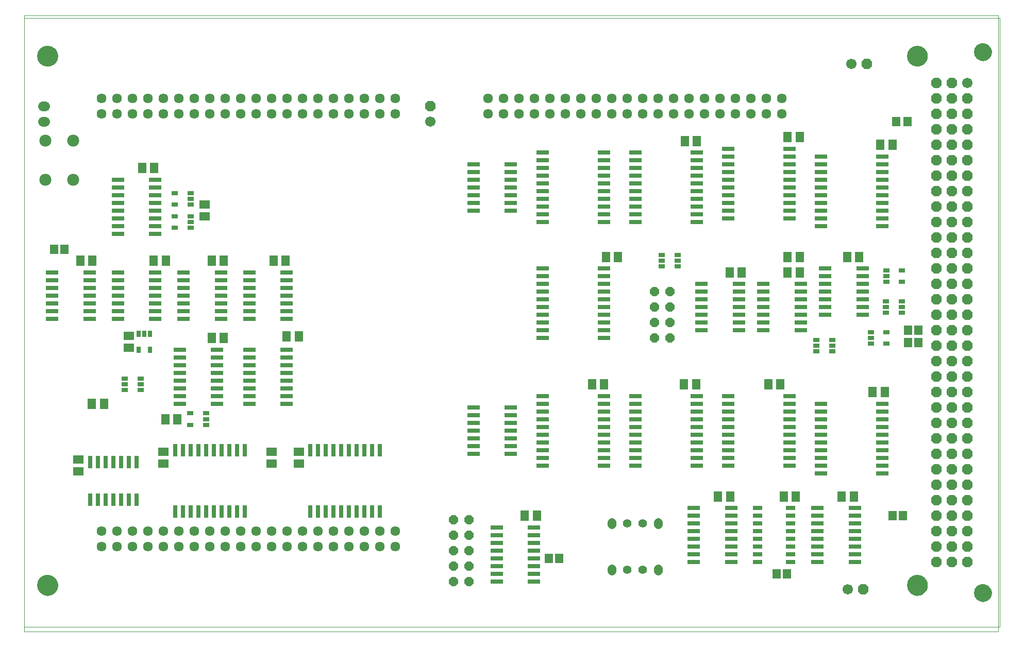
<source format=gts>
G75*
G70*
%OFA0B0*%
%FSLAX24Y24*%
%IPPOS*%
%LPD*%
%AMOC8*
5,1,8,0,0,1.08239X$1,22.5*
%
%ADD10C,0.0000*%
%ADD11R,0.0552X0.0670*%
%ADD12R,0.0591X0.0276*%
%ADD13R,0.0840X0.0300*%
%ADD14C,0.0780*%
%ADD15C,0.0640*%
%ADD16OC8,0.0600*%
%ADD17R,0.0670X0.0552*%
%ADD18R,0.0552X0.0631*%
%ADD19R,0.0300X0.0840*%
%ADD20C,0.0670*%
%ADD21OC8,0.0670*%
%ADD22C,0.1140*%
%ADD23C,0.0634*%
%ADD24R,0.0430X0.0312*%
%ADD25R,0.0312X0.0430*%
%ADD26C,0.1340*%
%ADD27R,0.0433X0.0315*%
%ADD28C,0.0560*%
%ADD29C,0.0555*%
D10*
X004848Y007120D02*
X004848Y046990D01*
X067840Y046990D01*
X067840Y007120D01*
X004848Y007120D01*
X004848Y007430D02*
X004848Y046810D01*
X067948Y046810D01*
X067948Y007430D01*
X004848Y007430D01*
X005698Y010120D02*
X005700Y010170D01*
X005706Y010220D01*
X005716Y010270D01*
X005729Y010318D01*
X005746Y010366D01*
X005767Y010412D01*
X005791Y010456D01*
X005819Y010498D01*
X005850Y010538D01*
X005884Y010575D01*
X005921Y010610D01*
X005960Y010641D01*
X006001Y010670D01*
X006045Y010695D01*
X006091Y010717D01*
X006138Y010735D01*
X006186Y010749D01*
X006235Y010760D01*
X006285Y010767D01*
X006335Y010770D01*
X006386Y010769D01*
X006436Y010764D01*
X006486Y010755D01*
X006534Y010743D01*
X006582Y010726D01*
X006628Y010706D01*
X006673Y010683D01*
X006716Y010656D01*
X006756Y010626D01*
X006794Y010593D01*
X006829Y010557D01*
X006862Y010518D01*
X006891Y010477D01*
X006917Y010434D01*
X006940Y010389D01*
X006959Y010342D01*
X006974Y010294D01*
X006986Y010245D01*
X006994Y010195D01*
X006998Y010145D01*
X006998Y010095D01*
X006994Y010045D01*
X006986Y009995D01*
X006974Y009946D01*
X006959Y009898D01*
X006940Y009851D01*
X006917Y009806D01*
X006891Y009763D01*
X006862Y009722D01*
X006829Y009683D01*
X006794Y009647D01*
X006756Y009614D01*
X006716Y009584D01*
X006673Y009557D01*
X006628Y009534D01*
X006582Y009514D01*
X006534Y009497D01*
X006486Y009485D01*
X006436Y009476D01*
X006386Y009471D01*
X006335Y009470D01*
X006285Y009473D01*
X006235Y009480D01*
X006186Y009491D01*
X006138Y009505D01*
X006091Y009523D01*
X006045Y009545D01*
X006001Y009570D01*
X005960Y009599D01*
X005921Y009630D01*
X005884Y009665D01*
X005850Y009702D01*
X005819Y009742D01*
X005791Y009784D01*
X005767Y009828D01*
X005746Y009874D01*
X005729Y009922D01*
X005716Y009970D01*
X005706Y010020D01*
X005700Y010070D01*
X005698Y010120D01*
X005698Y044370D02*
X005700Y044420D01*
X005706Y044470D01*
X005716Y044520D01*
X005729Y044568D01*
X005746Y044616D01*
X005767Y044662D01*
X005791Y044706D01*
X005819Y044748D01*
X005850Y044788D01*
X005884Y044825D01*
X005921Y044860D01*
X005960Y044891D01*
X006001Y044920D01*
X006045Y044945D01*
X006091Y044967D01*
X006138Y044985D01*
X006186Y044999D01*
X006235Y045010D01*
X006285Y045017D01*
X006335Y045020D01*
X006386Y045019D01*
X006436Y045014D01*
X006486Y045005D01*
X006534Y044993D01*
X006582Y044976D01*
X006628Y044956D01*
X006673Y044933D01*
X006716Y044906D01*
X006756Y044876D01*
X006794Y044843D01*
X006829Y044807D01*
X006862Y044768D01*
X006891Y044727D01*
X006917Y044684D01*
X006940Y044639D01*
X006959Y044592D01*
X006974Y044544D01*
X006986Y044495D01*
X006994Y044445D01*
X006998Y044395D01*
X006998Y044345D01*
X006994Y044295D01*
X006986Y044245D01*
X006974Y044196D01*
X006959Y044148D01*
X006940Y044101D01*
X006917Y044056D01*
X006891Y044013D01*
X006862Y043972D01*
X006829Y043933D01*
X006794Y043897D01*
X006756Y043864D01*
X006716Y043834D01*
X006673Y043807D01*
X006628Y043784D01*
X006582Y043764D01*
X006534Y043747D01*
X006486Y043735D01*
X006436Y043726D01*
X006386Y043721D01*
X006335Y043720D01*
X006285Y043723D01*
X006235Y043730D01*
X006186Y043741D01*
X006138Y043755D01*
X006091Y043773D01*
X006045Y043795D01*
X006001Y043820D01*
X005960Y043849D01*
X005921Y043880D01*
X005884Y043915D01*
X005850Y043952D01*
X005819Y043992D01*
X005791Y044034D01*
X005767Y044078D01*
X005746Y044124D01*
X005729Y044172D01*
X005716Y044220D01*
X005706Y044270D01*
X005700Y044320D01*
X005698Y044370D01*
X061948Y044370D02*
X061950Y044420D01*
X061956Y044470D01*
X061966Y044520D01*
X061979Y044568D01*
X061996Y044616D01*
X062017Y044662D01*
X062041Y044706D01*
X062069Y044748D01*
X062100Y044788D01*
X062134Y044825D01*
X062171Y044860D01*
X062210Y044891D01*
X062251Y044920D01*
X062295Y044945D01*
X062341Y044967D01*
X062388Y044985D01*
X062436Y044999D01*
X062485Y045010D01*
X062535Y045017D01*
X062585Y045020D01*
X062636Y045019D01*
X062686Y045014D01*
X062736Y045005D01*
X062784Y044993D01*
X062832Y044976D01*
X062878Y044956D01*
X062923Y044933D01*
X062966Y044906D01*
X063006Y044876D01*
X063044Y044843D01*
X063079Y044807D01*
X063112Y044768D01*
X063141Y044727D01*
X063167Y044684D01*
X063190Y044639D01*
X063209Y044592D01*
X063224Y044544D01*
X063236Y044495D01*
X063244Y044445D01*
X063248Y044395D01*
X063248Y044345D01*
X063244Y044295D01*
X063236Y044245D01*
X063224Y044196D01*
X063209Y044148D01*
X063190Y044101D01*
X063167Y044056D01*
X063141Y044013D01*
X063112Y043972D01*
X063079Y043933D01*
X063044Y043897D01*
X063006Y043864D01*
X062966Y043834D01*
X062923Y043807D01*
X062878Y043784D01*
X062832Y043764D01*
X062784Y043747D01*
X062736Y043735D01*
X062686Y043726D01*
X062636Y043721D01*
X062585Y043720D01*
X062535Y043723D01*
X062485Y043730D01*
X062436Y043741D01*
X062388Y043755D01*
X062341Y043773D01*
X062295Y043795D01*
X062251Y043820D01*
X062210Y043849D01*
X062171Y043880D01*
X062134Y043915D01*
X062100Y043952D01*
X062069Y043992D01*
X062041Y044034D01*
X062017Y044078D01*
X061996Y044124D01*
X061979Y044172D01*
X061966Y044220D01*
X061956Y044270D01*
X061950Y044320D01*
X061948Y044370D01*
X066298Y044620D02*
X066300Y044667D01*
X066306Y044713D01*
X066316Y044759D01*
X066329Y044803D01*
X066347Y044847D01*
X066368Y044888D01*
X066392Y044928D01*
X066420Y044966D01*
X066451Y045001D01*
X066485Y045033D01*
X066521Y045062D01*
X066560Y045088D01*
X066600Y045111D01*
X066643Y045130D01*
X066687Y045146D01*
X066732Y045158D01*
X066778Y045166D01*
X066825Y045170D01*
X066871Y045170D01*
X066918Y045166D01*
X066964Y045158D01*
X067009Y045146D01*
X067053Y045130D01*
X067096Y045111D01*
X067136Y045088D01*
X067175Y045062D01*
X067211Y045033D01*
X067245Y045001D01*
X067276Y044966D01*
X067304Y044928D01*
X067328Y044888D01*
X067349Y044847D01*
X067367Y044803D01*
X067380Y044759D01*
X067390Y044713D01*
X067396Y044667D01*
X067398Y044620D01*
X067396Y044573D01*
X067390Y044527D01*
X067380Y044481D01*
X067367Y044437D01*
X067349Y044393D01*
X067328Y044352D01*
X067304Y044312D01*
X067276Y044274D01*
X067245Y044239D01*
X067211Y044207D01*
X067175Y044178D01*
X067136Y044152D01*
X067096Y044129D01*
X067053Y044110D01*
X067009Y044094D01*
X066964Y044082D01*
X066918Y044074D01*
X066871Y044070D01*
X066825Y044070D01*
X066778Y044074D01*
X066732Y044082D01*
X066687Y044094D01*
X066643Y044110D01*
X066600Y044129D01*
X066560Y044152D01*
X066521Y044178D01*
X066485Y044207D01*
X066451Y044239D01*
X066420Y044274D01*
X066392Y044312D01*
X066368Y044352D01*
X066347Y044393D01*
X066329Y044437D01*
X066316Y044481D01*
X066306Y044527D01*
X066300Y044573D01*
X066298Y044620D01*
X061948Y010120D02*
X061950Y010170D01*
X061956Y010220D01*
X061966Y010270D01*
X061979Y010318D01*
X061996Y010366D01*
X062017Y010412D01*
X062041Y010456D01*
X062069Y010498D01*
X062100Y010538D01*
X062134Y010575D01*
X062171Y010610D01*
X062210Y010641D01*
X062251Y010670D01*
X062295Y010695D01*
X062341Y010717D01*
X062388Y010735D01*
X062436Y010749D01*
X062485Y010760D01*
X062535Y010767D01*
X062585Y010770D01*
X062636Y010769D01*
X062686Y010764D01*
X062736Y010755D01*
X062784Y010743D01*
X062832Y010726D01*
X062878Y010706D01*
X062923Y010683D01*
X062966Y010656D01*
X063006Y010626D01*
X063044Y010593D01*
X063079Y010557D01*
X063112Y010518D01*
X063141Y010477D01*
X063167Y010434D01*
X063190Y010389D01*
X063209Y010342D01*
X063224Y010294D01*
X063236Y010245D01*
X063244Y010195D01*
X063248Y010145D01*
X063248Y010095D01*
X063244Y010045D01*
X063236Y009995D01*
X063224Y009946D01*
X063209Y009898D01*
X063190Y009851D01*
X063167Y009806D01*
X063141Y009763D01*
X063112Y009722D01*
X063079Y009683D01*
X063044Y009647D01*
X063006Y009614D01*
X062966Y009584D01*
X062923Y009557D01*
X062878Y009534D01*
X062832Y009514D01*
X062784Y009497D01*
X062736Y009485D01*
X062686Y009476D01*
X062636Y009471D01*
X062585Y009470D01*
X062535Y009473D01*
X062485Y009480D01*
X062436Y009491D01*
X062388Y009505D01*
X062341Y009523D01*
X062295Y009545D01*
X062251Y009570D01*
X062210Y009599D01*
X062171Y009630D01*
X062134Y009665D01*
X062100Y009702D01*
X062069Y009742D01*
X062041Y009784D01*
X062017Y009828D01*
X061996Y009874D01*
X061979Y009922D01*
X061966Y009970D01*
X061956Y010020D01*
X061950Y010070D01*
X061948Y010120D01*
X066298Y009620D02*
X066300Y009667D01*
X066306Y009713D01*
X066316Y009759D01*
X066329Y009803D01*
X066347Y009847D01*
X066368Y009888D01*
X066392Y009928D01*
X066420Y009966D01*
X066451Y010001D01*
X066485Y010033D01*
X066521Y010062D01*
X066560Y010088D01*
X066600Y010111D01*
X066643Y010130D01*
X066687Y010146D01*
X066732Y010158D01*
X066778Y010166D01*
X066825Y010170D01*
X066871Y010170D01*
X066918Y010166D01*
X066964Y010158D01*
X067009Y010146D01*
X067053Y010130D01*
X067096Y010111D01*
X067136Y010088D01*
X067175Y010062D01*
X067211Y010033D01*
X067245Y010001D01*
X067276Y009966D01*
X067304Y009928D01*
X067328Y009888D01*
X067349Y009847D01*
X067367Y009803D01*
X067380Y009759D01*
X067390Y009713D01*
X067396Y009667D01*
X067398Y009620D01*
X067396Y009573D01*
X067390Y009527D01*
X067380Y009481D01*
X067367Y009437D01*
X067349Y009393D01*
X067328Y009352D01*
X067304Y009312D01*
X067276Y009274D01*
X067245Y009239D01*
X067211Y009207D01*
X067175Y009178D01*
X067136Y009152D01*
X067096Y009129D01*
X067053Y009110D01*
X067009Y009094D01*
X066964Y009082D01*
X066918Y009074D01*
X066871Y009070D01*
X066825Y009070D01*
X066778Y009074D01*
X066732Y009082D01*
X066687Y009094D01*
X066643Y009110D01*
X066600Y009129D01*
X066560Y009152D01*
X066521Y009178D01*
X066485Y009207D01*
X066451Y009239D01*
X066420Y009274D01*
X066392Y009312D01*
X066368Y009352D01*
X066347Y009393D01*
X066329Y009437D01*
X066316Y009481D01*
X066306Y009527D01*
X066300Y009573D01*
X066298Y009620D01*
D11*
X058492Y015870D03*
X057704Y015870D03*
X054742Y015870D03*
X053954Y015870D03*
X050492Y015870D03*
X049704Y015870D03*
X048292Y023120D03*
X047504Y023120D03*
X042342Y023120D03*
X041554Y023120D03*
X050454Y030370D03*
X051242Y030370D03*
X054204Y030370D03*
X054992Y030370D03*
X054992Y031370D03*
X054204Y031370D03*
X058054Y031370D03*
X058842Y031370D03*
X060204Y038620D03*
X060992Y038620D03*
X054992Y039120D03*
X054204Y039120D03*
X048342Y038870D03*
X047554Y038870D03*
X043242Y031370D03*
X042454Y031370D03*
X052954Y023120D03*
X053742Y023120D03*
X059704Y022620D03*
X060492Y022620D03*
X037992Y014620D03*
X037204Y014620D03*
X022592Y026220D03*
X021804Y026220D03*
X017742Y026120D03*
X016954Y026120D03*
X016954Y031120D03*
X017742Y031120D03*
X020954Y031120D03*
X021742Y031120D03*
X013992Y031120D03*
X013204Y031120D03*
X009242Y031120D03*
X008454Y031120D03*
X012454Y037120D03*
X013242Y037120D03*
X009992Y021870D03*
X009204Y021870D03*
X013954Y020870D03*
X014742Y020870D03*
D12*
X052279Y015120D03*
X052279Y014620D03*
X052279Y014120D03*
X052279Y013620D03*
X052279Y013120D03*
X052279Y012620D03*
X052279Y012120D03*
X052279Y011620D03*
X054417Y011620D03*
X054417Y012120D03*
X054417Y012620D03*
X054417Y013120D03*
X054417Y013620D03*
X054417Y014120D03*
X054417Y014620D03*
X054417Y015120D03*
D13*
X056138Y015120D03*
X056138Y014620D03*
X056138Y014120D03*
X056138Y013620D03*
X056138Y013120D03*
X056138Y012620D03*
X056138Y012120D03*
X056138Y011620D03*
X058558Y011620D03*
X058558Y012120D03*
X058558Y012620D03*
X058558Y013120D03*
X058558Y013620D03*
X058558Y014120D03*
X058558Y014620D03*
X058558Y015120D03*
X060328Y017370D03*
X060328Y017870D03*
X060328Y018370D03*
X060328Y018870D03*
X060328Y019370D03*
X060328Y019870D03*
X060328Y020370D03*
X060328Y020870D03*
X060328Y021370D03*
X060328Y021870D03*
X056368Y021870D03*
X056368Y021370D03*
X056368Y020870D03*
X056368Y020370D03*
X056368Y019870D03*
X056368Y019370D03*
X056368Y018870D03*
X056368Y018370D03*
X056368Y017870D03*
X056368Y017370D03*
X054328Y017870D03*
X054328Y018370D03*
X054328Y018870D03*
X054328Y019370D03*
X054328Y019870D03*
X054328Y020370D03*
X054328Y020870D03*
X054328Y021370D03*
X054328Y021870D03*
X054328Y022370D03*
X050368Y022370D03*
X050368Y021870D03*
X050368Y021370D03*
X050368Y020870D03*
X050368Y020370D03*
X050368Y019870D03*
X050368Y019370D03*
X050368Y018870D03*
X050368Y018370D03*
X050368Y017870D03*
X048328Y017870D03*
X048328Y018370D03*
X048328Y018870D03*
X048328Y019370D03*
X048328Y019870D03*
X048328Y020370D03*
X048328Y020870D03*
X048328Y021370D03*
X048328Y021870D03*
X048328Y022370D03*
X044368Y022370D03*
X044368Y021870D03*
X044368Y021370D03*
X044368Y020870D03*
X044368Y020370D03*
X044368Y019870D03*
X044368Y019370D03*
X044368Y018870D03*
X044368Y018370D03*
X044368Y017870D03*
X042328Y017870D03*
X042328Y018370D03*
X042328Y018870D03*
X042328Y019370D03*
X042328Y019870D03*
X042328Y020370D03*
X042328Y020870D03*
X042328Y021370D03*
X042328Y021870D03*
X042328Y022370D03*
X038368Y022370D03*
X038368Y021870D03*
X038368Y021370D03*
X038368Y020870D03*
X038368Y020370D03*
X038368Y019870D03*
X038368Y019370D03*
X038368Y018870D03*
X038368Y018370D03*
X038368Y017870D03*
X036308Y018620D03*
X036308Y019120D03*
X036308Y019620D03*
X036308Y020120D03*
X036308Y020620D03*
X036308Y021120D03*
X036308Y021620D03*
X033888Y021620D03*
X033888Y021120D03*
X033888Y020620D03*
X033888Y020120D03*
X033888Y019620D03*
X033888Y019120D03*
X033888Y018620D03*
X035388Y013870D03*
X035388Y013370D03*
X035388Y012870D03*
X035388Y012370D03*
X035388Y011870D03*
X035388Y011370D03*
X035388Y010870D03*
X035388Y010370D03*
X037808Y010370D03*
X037808Y010870D03*
X037808Y011370D03*
X037808Y011870D03*
X037808Y012370D03*
X037808Y012870D03*
X037808Y013370D03*
X037808Y013870D03*
X048138Y014120D03*
X048138Y014620D03*
X048138Y015120D03*
X048138Y013620D03*
X048138Y013120D03*
X048138Y012620D03*
X048138Y012120D03*
X048138Y011620D03*
X050558Y011620D03*
X050558Y012120D03*
X050558Y012620D03*
X050558Y013120D03*
X050558Y013620D03*
X050558Y014120D03*
X050558Y014620D03*
X050558Y015120D03*
X042328Y026120D03*
X042328Y026620D03*
X042328Y027120D03*
X042328Y027620D03*
X042328Y028120D03*
X042328Y028620D03*
X042328Y029120D03*
X042328Y029620D03*
X042328Y030120D03*
X042328Y030620D03*
X042328Y033620D03*
X042328Y034120D03*
X042328Y034620D03*
X042328Y035120D03*
X042328Y035620D03*
X042328Y036120D03*
X042328Y036620D03*
X042328Y037120D03*
X042328Y037620D03*
X042328Y038120D03*
X044368Y038120D03*
X044368Y037620D03*
X044368Y037120D03*
X044368Y036620D03*
X044368Y036120D03*
X044368Y035620D03*
X044368Y035120D03*
X044368Y034620D03*
X044368Y034120D03*
X044368Y033620D03*
X048328Y033620D03*
X048328Y034120D03*
X048328Y034620D03*
X048328Y035120D03*
X048328Y035620D03*
X048328Y036120D03*
X048328Y036620D03*
X048328Y037120D03*
X048328Y037620D03*
X048328Y038120D03*
X050368Y038370D03*
X050368Y037870D03*
X050368Y037370D03*
X050368Y036870D03*
X050368Y036370D03*
X050368Y035870D03*
X050368Y035370D03*
X050368Y034870D03*
X050368Y034370D03*
X050368Y033870D03*
X054328Y033870D03*
X054328Y034370D03*
X054328Y034870D03*
X054328Y035370D03*
X054328Y035870D03*
X054328Y036370D03*
X054328Y036870D03*
X054328Y037370D03*
X054328Y037870D03*
X054328Y038370D03*
X056368Y037870D03*
X056368Y037370D03*
X056368Y036870D03*
X056368Y036370D03*
X056368Y035870D03*
X056368Y035370D03*
X056368Y034870D03*
X056368Y034370D03*
X056368Y033870D03*
X056368Y033370D03*
X056638Y030620D03*
X056638Y030120D03*
X056638Y029620D03*
X056638Y029120D03*
X056638Y028620D03*
X056638Y028120D03*
X056638Y027620D03*
X055058Y027620D03*
X055058Y028120D03*
X055058Y028620D03*
X055058Y029120D03*
X055058Y029620D03*
X052638Y029620D03*
X052638Y029120D03*
X052638Y028620D03*
X052638Y028120D03*
X052638Y027620D03*
X052638Y027120D03*
X052638Y026620D03*
X051058Y026620D03*
X051058Y027120D03*
X051058Y027620D03*
X051058Y028120D03*
X051058Y028620D03*
X051058Y029120D03*
X051058Y029620D03*
X048638Y029620D03*
X048638Y029120D03*
X048638Y028620D03*
X048638Y028120D03*
X048638Y027620D03*
X048638Y027120D03*
X048638Y026620D03*
X055058Y026620D03*
X055058Y027120D03*
X059058Y027620D03*
X059058Y028120D03*
X059058Y028620D03*
X059058Y029120D03*
X059058Y029620D03*
X059058Y030120D03*
X059058Y030620D03*
X060328Y033370D03*
X060328Y033870D03*
X060328Y034370D03*
X060328Y034870D03*
X060328Y035370D03*
X060328Y035870D03*
X060328Y036370D03*
X060328Y036870D03*
X060328Y037370D03*
X060328Y037870D03*
X038368Y037620D03*
X038368Y038120D03*
X038368Y037120D03*
X038368Y036620D03*
X038368Y036120D03*
X038368Y035620D03*
X038368Y035120D03*
X038368Y034620D03*
X038368Y034120D03*
X038368Y033620D03*
X036308Y034370D03*
X036308Y034870D03*
X036308Y035370D03*
X036308Y035870D03*
X036308Y036370D03*
X036308Y036870D03*
X036308Y037370D03*
X033888Y037370D03*
X033888Y036870D03*
X033888Y036370D03*
X033888Y035870D03*
X033888Y035370D03*
X033888Y034870D03*
X033888Y034370D03*
X038368Y030620D03*
X038368Y030120D03*
X038368Y029620D03*
X038368Y029120D03*
X038368Y028620D03*
X038368Y028120D03*
X038368Y027620D03*
X038368Y027120D03*
X038368Y026620D03*
X038368Y026120D03*
X021808Y025370D03*
X021808Y024870D03*
X021808Y024370D03*
X021808Y023870D03*
X021808Y023370D03*
X021808Y022870D03*
X021808Y022370D03*
X021808Y021870D03*
X019388Y021870D03*
X019388Y022370D03*
X019388Y022870D03*
X019388Y023370D03*
X019388Y023870D03*
X019388Y024370D03*
X019388Y024870D03*
X019388Y025370D03*
X017308Y025370D03*
X017308Y024870D03*
X017308Y024370D03*
X017308Y023870D03*
X017308Y023370D03*
X017308Y022870D03*
X017308Y022370D03*
X017308Y021870D03*
X014888Y021870D03*
X014888Y022370D03*
X014888Y022870D03*
X014888Y023370D03*
X014888Y023870D03*
X014888Y024370D03*
X014888Y024870D03*
X014888Y025370D03*
X015138Y027370D03*
X015138Y027870D03*
X015138Y028370D03*
X015138Y028870D03*
X015138Y029370D03*
X015138Y029870D03*
X015138Y030370D03*
X013308Y030370D03*
X013308Y029870D03*
X013308Y029370D03*
X013308Y028870D03*
X013308Y028370D03*
X013308Y027870D03*
X013308Y027370D03*
X010888Y027370D03*
X010888Y027870D03*
X010888Y028370D03*
X010888Y028870D03*
X010888Y029370D03*
X010888Y029870D03*
X010888Y030370D03*
X009058Y030370D03*
X009058Y029870D03*
X009058Y029370D03*
X009058Y028870D03*
X009058Y028370D03*
X009058Y027870D03*
X009058Y027370D03*
X006638Y027370D03*
X006638Y027870D03*
X006638Y028370D03*
X006638Y028870D03*
X006638Y029370D03*
X006638Y029870D03*
X006638Y030370D03*
X010888Y032870D03*
X010888Y033370D03*
X010888Y033870D03*
X010888Y034370D03*
X010888Y034870D03*
X010888Y035370D03*
X010888Y035870D03*
X010888Y036370D03*
X013308Y036370D03*
X013308Y035870D03*
X013308Y035370D03*
X013308Y034870D03*
X013308Y034370D03*
X013308Y033870D03*
X013308Y033370D03*
X013308Y032870D03*
X017558Y030370D03*
X017558Y029870D03*
X017558Y029370D03*
X017558Y028870D03*
X017558Y028370D03*
X017558Y027870D03*
X017558Y027370D03*
X019388Y027370D03*
X019388Y027870D03*
X019388Y028370D03*
X019388Y028870D03*
X019388Y029370D03*
X019388Y029870D03*
X019388Y030370D03*
X021808Y030370D03*
X021808Y029870D03*
X021808Y029370D03*
X021808Y028870D03*
X021808Y028370D03*
X021808Y027870D03*
X021808Y027370D03*
D14*
X007988Y036340D03*
X006208Y036340D03*
X006208Y038900D03*
X007988Y038900D03*
D15*
X006173Y040120D02*
X006023Y040120D01*
X006023Y041120D02*
X006173Y041120D01*
D16*
X032598Y014370D03*
X033598Y014370D03*
X033598Y013370D03*
X032598Y013370D03*
X032598Y012370D03*
X033598Y012370D03*
X033598Y011370D03*
X033598Y010370D03*
X032598Y010370D03*
X032598Y011370D03*
X045598Y026120D03*
X046598Y026120D03*
X046598Y027120D03*
X046598Y028120D03*
X045598Y028120D03*
X045598Y027120D03*
X045598Y029120D03*
X046598Y029120D03*
D17*
X022598Y018763D03*
X022598Y017976D03*
X020848Y017976D03*
X020848Y018763D03*
X013848Y018763D03*
X013848Y017976D03*
X008348Y018263D03*
X008348Y017476D03*
X011598Y025476D03*
X011598Y026263D03*
X016498Y033976D03*
X016498Y034763D03*
D18*
X007433Y031870D03*
X006763Y031870D03*
X038763Y011870D03*
X039433Y011870D03*
X053513Y010870D03*
X054183Y010870D03*
X061013Y014620D03*
X061683Y014620D03*
X062013Y025820D03*
X062683Y025820D03*
X062683Y026620D03*
X062013Y026620D03*
X061972Y040120D03*
X061224Y040120D03*
D19*
X027848Y018850D03*
X027348Y018850D03*
X026848Y018850D03*
X026348Y018850D03*
X025848Y018850D03*
X025348Y018850D03*
X024848Y018850D03*
X024348Y018850D03*
X023848Y018850D03*
X023348Y018850D03*
X019098Y018850D03*
X018598Y018850D03*
X018098Y018850D03*
X017598Y018850D03*
X017098Y018850D03*
X016598Y018850D03*
X016098Y018850D03*
X015598Y018850D03*
X015098Y018850D03*
X014598Y018850D03*
X012098Y018080D03*
X011598Y018080D03*
X011098Y018080D03*
X010598Y018080D03*
X010098Y018080D03*
X009598Y018080D03*
X009098Y018080D03*
X009098Y015660D03*
X009598Y015660D03*
X010098Y015660D03*
X010598Y015660D03*
X011098Y015660D03*
X011598Y015660D03*
X012098Y015660D03*
X014598Y014890D03*
X015098Y014890D03*
X015598Y014890D03*
X016098Y014890D03*
X016598Y014890D03*
X017098Y014890D03*
X017598Y014890D03*
X018098Y014890D03*
X018598Y014890D03*
X019098Y014890D03*
X023348Y014890D03*
X023848Y014890D03*
X024348Y014890D03*
X024848Y014890D03*
X025348Y014890D03*
X025848Y014890D03*
X026348Y014890D03*
X026848Y014890D03*
X027348Y014890D03*
X027848Y014890D03*
D20*
X058098Y009870D03*
X031098Y040120D03*
X058348Y043870D03*
X065848Y042620D03*
D21*
X064848Y042620D03*
X063848Y042620D03*
X063848Y041620D03*
X064848Y041620D03*
X065848Y041620D03*
X065848Y040620D03*
X064848Y040620D03*
X064848Y039620D03*
X065848Y039620D03*
X065848Y038620D03*
X064848Y038620D03*
X063848Y038620D03*
X063848Y039620D03*
X063848Y040620D03*
X063848Y037620D03*
X064848Y037620D03*
X065848Y037620D03*
X065848Y036620D03*
X064848Y036620D03*
X063848Y036620D03*
X063848Y035620D03*
X064848Y035620D03*
X065848Y035620D03*
X065848Y034620D03*
X064848Y034620D03*
X063848Y034620D03*
X063848Y033620D03*
X063848Y032620D03*
X064848Y032620D03*
X064848Y033620D03*
X065848Y033620D03*
X065848Y032620D03*
X065848Y031620D03*
X064848Y031620D03*
X063848Y031620D03*
X063848Y030620D03*
X064848Y030620D03*
X065848Y030620D03*
X065848Y029620D03*
X064848Y029620D03*
X063848Y029620D03*
X063848Y028620D03*
X064848Y028620D03*
X065848Y028620D03*
X065848Y027620D03*
X064848Y027620D03*
X064848Y026620D03*
X065848Y026620D03*
X065848Y025620D03*
X064848Y025620D03*
X063848Y025620D03*
X063848Y026620D03*
X063848Y027620D03*
X063848Y024620D03*
X064848Y024620D03*
X065848Y024620D03*
X065848Y023620D03*
X064848Y023620D03*
X063848Y023620D03*
X063848Y022620D03*
X064848Y022620D03*
X065848Y022620D03*
X065848Y021620D03*
X064848Y021620D03*
X064848Y020620D03*
X065848Y020620D03*
X065848Y019620D03*
X064848Y019620D03*
X063848Y019620D03*
X063848Y020620D03*
X063848Y021620D03*
X063848Y018620D03*
X064848Y018620D03*
X065848Y018620D03*
X065848Y017620D03*
X064848Y017620D03*
X063848Y017620D03*
X063848Y016620D03*
X064848Y016620D03*
X065848Y016620D03*
X065848Y015620D03*
X064848Y015620D03*
X063848Y015620D03*
X063848Y014620D03*
X063848Y013620D03*
X064848Y013620D03*
X064848Y014620D03*
X065848Y014620D03*
X065848Y013620D03*
X065848Y012620D03*
X064848Y012620D03*
X063848Y012620D03*
X063848Y011620D03*
X064848Y011620D03*
X065848Y011620D03*
X059098Y009870D03*
X031098Y041120D03*
X059348Y043870D03*
D22*
X066848Y044620D03*
X066848Y009620D03*
D23*
X028848Y012620D03*
X027848Y012620D03*
X027848Y013620D03*
X028848Y013620D03*
X026848Y013620D03*
X025848Y013620D03*
X024848Y013620D03*
X023848Y013620D03*
X022848Y013620D03*
X021848Y013620D03*
X020848Y013620D03*
X019848Y013620D03*
X018848Y013620D03*
X017848Y013620D03*
X016848Y013620D03*
X015848Y013620D03*
X014848Y013620D03*
X013848Y013620D03*
X012848Y013620D03*
X011848Y013620D03*
X010848Y013620D03*
X009848Y013620D03*
X009848Y012620D03*
X010848Y012620D03*
X011848Y012620D03*
X012848Y012620D03*
X013848Y012620D03*
X014848Y012620D03*
X015848Y012620D03*
X016848Y012620D03*
X017848Y012620D03*
X018848Y012620D03*
X019848Y012620D03*
X020848Y012620D03*
X021848Y012620D03*
X022848Y012620D03*
X023848Y012620D03*
X024848Y012620D03*
X025848Y012620D03*
X026848Y012620D03*
X026848Y040620D03*
X025848Y040620D03*
X024848Y040620D03*
X024848Y041620D03*
X025848Y041620D03*
X026848Y041620D03*
X027848Y041620D03*
X028848Y041620D03*
X028848Y040620D03*
X027848Y040620D03*
X023848Y040620D03*
X022848Y040620D03*
X022848Y041620D03*
X023848Y041620D03*
X021848Y041620D03*
X020848Y041620D03*
X019848Y041620D03*
X018848Y041620D03*
X017848Y041620D03*
X016848Y041620D03*
X015848Y041620D03*
X014848Y041620D03*
X013848Y041620D03*
X012848Y041620D03*
X011848Y041620D03*
X010848Y041620D03*
X009848Y041620D03*
X009848Y040620D03*
X010848Y040620D03*
X011848Y040620D03*
X012848Y040620D03*
X013848Y040620D03*
X014848Y040620D03*
X015848Y040620D03*
X016848Y040620D03*
X017848Y040620D03*
X018848Y040620D03*
X019848Y040620D03*
X020848Y040620D03*
X021848Y040620D03*
X034848Y040620D03*
X035848Y040620D03*
X036848Y040620D03*
X036848Y041620D03*
X035848Y041620D03*
X034848Y041620D03*
X037848Y041620D03*
X038848Y041620D03*
X039848Y041620D03*
X040848Y041620D03*
X041848Y041620D03*
X042848Y041620D03*
X043848Y041620D03*
X044848Y041620D03*
X045848Y041620D03*
X046848Y041620D03*
X047848Y041620D03*
X048848Y041620D03*
X049848Y041620D03*
X050848Y041620D03*
X051848Y041620D03*
X052848Y041620D03*
X053848Y041620D03*
X053848Y040620D03*
X052848Y040620D03*
X051848Y040620D03*
X050848Y040620D03*
X049848Y040620D03*
X048848Y040620D03*
X047848Y040620D03*
X046848Y040620D03*
X045848Y040620D03*
X044848Y040620D03*
X043848Y040620D03*
X042848Y040620D03*
X041848Y040620D03*
X040848Y040620D03*
X039848Y040620D03*
X038848Y040620D03*
X037848Y040620D03*
D24*
X059590Y026494D03*
X059590Y026120D03*
X059590Y025746D03*
X060610Y025746D03*
X060610Y026494D03*
X060590Y029746D03*
X060590Y030120D03*
X060590Y030494D03*
X061610Y030494D03*
X061610Y029746D03*
X016606Y021244D03*
X016606Y020870D03*
X016606Y020496D03*
X015586Y020496D03*
X015586Y021244D03*
X015606Y033246D03*
X015606Y033620D03*
X015606Y033994D03*
X014586Y033994D03*
X014586Y033246D03*
X014586Y034746D03*
X014586Y035494D03*
X015606Y035494D03*
X015606Y035120D03*
X015606Y034746D03*
D25*
X012972Y026377D03*
X012598Y026377D03*
X012224Y026377D03*
X012224Y025358D03*
X012972Y025358D03*
D26*
X006348Y010120D03*
X006348Y044370D03*
X062598Y044370D03*
X062598Y010120D03*
D27*
X057110Y025246D03*
X057110Y025620D03*
X057110Y025994D03*
X056086Y025994D03*
X056086Y025620D03*
X056086Y025246D03*
X060586Y027746D03*
X060586Y028120D03*
X060586Y028494D03*
X061610Y028494D03*
X061610Y028120D03*
X061610Y027746D03*
X047110Y030746D03*
X047110Y031120D03*
X047110Y031494D03*
X046086Y031494D03*
X046086Y031120D03*
X046086Y030746D03*
X012360Y023494D03*
X012360Y023120D03*
X012360Y022746D03*
X011336Y022746D03*
X011336Y023120D03*
X011336Y023494D03*
D28*
X042848Y014185D02*
X042848Y014055D01*
X045848Y014055D02*
X045848Y014185D01*
X045848Y011185D02*
X045848Y011055D01*
X042848Y011055D02*
X042848Y011185D01*
D29*
X043848Y011120D03*
X044848Y011120D03*
X044848Y014120D03*
X043848Y014120D03*
M02*

</source>
